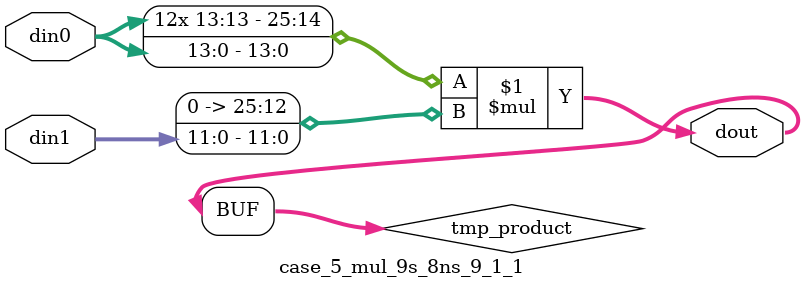
<source format=v>

`timescale 1 ns / 1 ps

 (* use_dsp = "no" *)  module case_5_mul_9s_8ns_9_1_1(din0, din1, dout);
parameter ID = 1;
parameter NUM_STAGE = 0;
parameter din0_WIDTH = 14;
parameter din1_WIDTH = 12;
parameter dout_WIDTH = 26;

input [din0_WIDTH - 1 : 0] din0; 
input [din1_WIDTH - 1 : 0] din1; 
output [dout_WIDTH - 1 : 0] dout;

wire signed [dout_WIDTH - 1 : 0] tmp_product;


























assign tmp_product = $signed(din0) * $signed({1'b0, din1});









assign dout = tmp_product;





















endmodule

</source>
